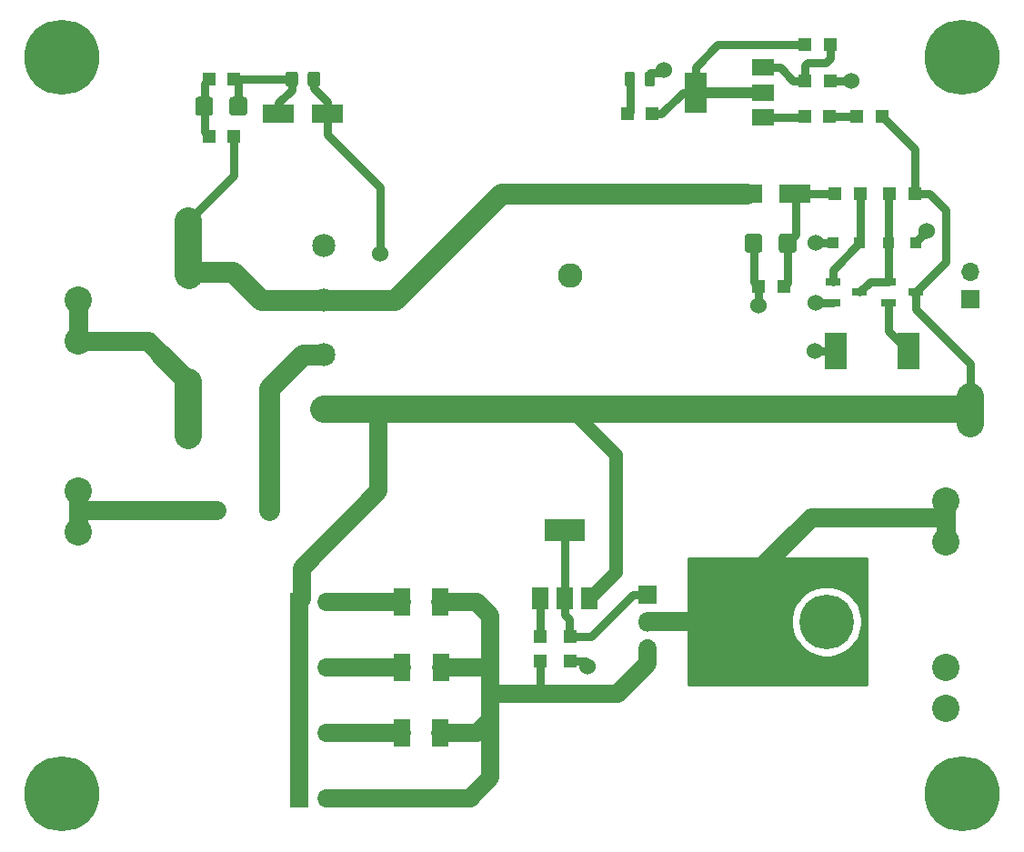
<source format=gbr>
G04 #@! TF.GenerationSoftware,KiCad,Pcbnew,(5.1.5)-3*
G04 #@! TF.CreationDate,2020-06-25T14:16:08-04:00*
G04 #@! TF.ProjectId,DC-Supply-170V-v1,44432d53-7570-4706-9c79-2d313730562d,rev?*
G04 #@! TF.SameCoordinates,Original*
G04 #@! TF.FileFunction,Copper,L1,Top*
G04 #@! TF.FilePolarity,Positive*
%FSLAX46Y46*%
G04 Gerber Fmt 4.6, Leading zero omitted, Abs format (unit mm)*
G04 Created by KiCad (PCBNEW (5.1.5)-3) date 2020-06-25 14:16:08*
%MOMM*%
%LPD*%
G04 APERTURE LIST*
%ADD10O,1.800000X1.800000*%
%ADD11R,1.800000X1.800000*%
%ADD12O,5.080000X5.080000*%
%ADD13O,1.700000X1.700000*%
%ADD14R,1.700000X1.700000*%
%ADD15R,1.600000X2.500000*%
%ADD16R,1.300000X1.300000*%
%ADD17C,0.100000*%
%ADD18R,1.000000X1.000000*%
%ADD19C,2.413000*%
%ADD20C,6.985000*%
%ADD21R,1.400000X0.800000*%
%ADD22R,2.000000X3.500000*%
%ADD23R,3.800000X2.000000*%
%ADD24R,1.500000X2.000000*%
%ADD25C,1.524000*%
%ADD26C,2.540000*%
%ADD27R,3.000000X1.800000*%
%ADD28C,2.286000*%
%ADD29R,2.286000X2.286000*%
%ADD30C,2.159000*%
%ADD31R,2.000000X3.800000*%
%ADD32R,2.000000X1.500000*%
%ADD33C,0.762000*%
%ADD34C,2.540000*%
%ADD35C,1.905000*%
%ADD36C,1.778000*%
%ADD37C,1.651000*%
%ADD38C,1.270000*%
%ADD39C,1.016000*%
%ADD40C,0.254000*%
G04 APERTURE END LIST*
D10*
X133273800Y-100761800D03*
X133273800Y-98221800D03*
D11*
X133273800Y-95681800D03*
D12*
X149933800Y-98221800D03*
D13*
X163322000Y-79832200D03*
D14*
X163322000Y-77292200D03*
D15*
X113995000Y-96393000D03*
X110395000Y-96393000D03*
X114014000Y-102489000D03*
X110414000Y-102489000D03*
X113995000Y-108585000D03*
X110395000Y-108585000D03*
D13*
X163322000Y-65659000D03*
D14*
X163322000Y-68199000D03*
X100838000Y-96393000D03*
D13*
X103378000Y-96393000D03*
X103378000Y-102489000D03*
D14*
X100838000Y-102489000D03*
X100838000Y-108585000D03*
D13*
X103378000Y-108585000D03*
D16*
X123240800Y-99586400D03*
X123240800Y-101886400D03*
X126060200Y-99586400D03*
X126060200Y-101886400D03*
G04 #@! TA.AperFunction,SMDPad,CuDef*
D17*
G36*
X143684999Y-62118369D02*
G01*
X143712604Y-62122464D01*
X143739675Y-62129245D01*
X143765951Y-62138647D01*
X143791178Y-62150579D01*
X143815115Y-62164926D01*
X143837531Y-62181550D01*
X143858208Y-62200292D01*
X143876950Y-62220969D01*
X143893574Y-62243385D01*
X143907921Y-62267322D01*
X143919853Y-62292549D01*
X143929255Y-62318825D01*
X143936036Y-62345896D01*
X143940131Y-62373501D01*
X143941500Y-62401375D01*
X143941500Y-63582625D01*
X143940131Y-63610499D01*
X143936036Y-63638104D01*
X143929255Y-63665175D01*
X143919853Y-63691451D01*
X143907921Y-63716678D01*
X143893574Y-63740615D01*
X143876950Y-63763031D01*
X143858208Y-63783708D01*
X143837531Y-63802450D01*
X143815115Y-63819074D01*
X143791178Y-63833421D01*
X143765951Y-63845353D01*
X143739675Y-63854755D01*
X143712604Y-63861536D01*
X143684999Y-63865631D01*
X143657125Y-63867000D01*
X142600875Y-63867000D01*
X142573001Y-63865631D01*
X142545396Y-63861536D01*
X142518325Y-63854755D01*
X142492049Y-63845353D01*
X142466822Y-63833421D01*
X142442885Y-63819074D01*
X142420469Y-63802450D01*
X142399792Y-63783708D01*
X142381050Y-63763031D01*
X142364426Y-63740615D01*
X142350079Y-63716678D01*
X142338147Y-63691451D01*
X142328745Y-63665175D01*
X142321964Y-63638104D01*
X142317869Y-63610499D01*
X142316500Y-63582625D01*
X142316500Y-62401375D01*
X142317869Y-62373501D01*
X142321964Y-62345896D01*
X142328745Y-62318825D01*
X142338147Y-62292549D01*
X142350079Y-62267322D01*
X142364426Y-62243385D01*
X142381050Y-62220969D01*
X142399792Y-62200292D01*
X142420469Y-62181550D01*
X142442885Y-62164926D01*
X142466822Y-62150579D01*
X142492049Y-62138647D01*
X142518325Y-62129245D01*
X142545396Y-62122464D01*
X142573001Y-62118369D01*
X142600875Y-62117000D01*
X143657125Y-62117000D01*
X143684999Y-62118369D01*
G37*
G04 #@! TD.AperFunction*
G04 #@! TA.AperFunction,SMDPad,CuDef*
G36*
X146859999Y-62118369D02*
G01*
X146887604Y-62122464D01*
X146914675Y-62129245D01*
X146940951Y-62138647D01*
X146966178Y-62150579D01*
X146990115Y-62164926D01*
X147012531Y-62181550D01*
X147033208Y-62200292D01*
X147051950Y-62220969D01*
X147068574Y-62243385D01*
X147082921Y-62267322D01*
X147094853Y-62292549D01*
X147104255Y-62318825D01*
X147111036Y-62345896D01*
X147115131Y-62373501D01*
X147116500Y-62401375D01*
X147116500Y-63582625D01*
X147115131Y-63610499D01*
X147111036Y-63638104D01*
X147104255Y-63665175D01*
X147094853Y-63691451D01*
X147082921Y-63716678D01*
X147068574Y-63740615D01*
X147051950Y-63763031D01*
X147033208Y-63783708D01*
X147012531Y-63802450D01*
X146990115Y-63819074D01*
X146966178Y-63833421D01*
X146940951Y-63845353D01*
X146914675Y-63854755D01*
X146887604Y-63861536D01*
X146859999Y-63865631D01*
X146832125Y-63867000D01*
X145775875Y-63867000D01*
X145748001Y-63865631D01*
X145720396Y-63861536D01*
X145693325Y-63854755D01*
X145667049Y-63845353D01*
X145641822Y-63833421D01*
X145617885Y-63819074D01*
X145595469Y-63802450D01*
X145574792Y-63783708D01*
X145556050Y-63763031D01*
X145539426Y-63740615D01*
X145525079Y-63716678D01*
X145513147Y-63691451D01*
X145503745Y-63665175D01*
X145496964Y-63638104D01*
X145492869Y-63610499D01*
X145491500Y-63582625D01*
X145491500Y-62401375D01*
X145492869Y-62373501D01*
X145496964Y-62345896D01*
X145503745Y-62318825D01*
X145513147Y-62292549D01*
X145525079Y-62267322D01*
X145539426Y-62243385D01*
X145556050Y-62220969D01*
X145574792Y-62200292D01*
X145595469Y-62181550D01*
X145617885Y-62164926D01*
X145641822Y-62150579D01*
X145667049Y-62138647D01*
X145693325Y-62129245D01*
X145720396Y-62122464D01*
X145748001Y-62118369D01*
X145775875Y-62117000D01*
X146832125Y-62117000D01*
X146859999Y-62118369D01*
G37*
G04 #@! TD.AperFunction*
D18*
X150515000Y-62992000D03*
X153015000Y-62992000D03*
X155722000Y-62992000D03*
X158222000Y-62992000D03*
D19*
X90525600Y-60909200D03*
X90525600Y-65909200D03*
X90525600Y-80909200D03*
X90525600Y-75909200D03*
D20*
X78740000Y-45720000D03*
X162560000Y-45720000D03*
X78740000Y-114300000D03*
X162560000Y-114300000D03*
D21*
X150515000Y-66614000D03*
X150515000Y-68514000D03*
X153015000Y-67564000D03*
X158222000Y-67564000D03*
X155722000Y-68514000D03*
X155722000Y-66614000D03*
D16*
X150742000Y-58420000D03*
X153042000Y-58420000D03*
X145930000Y-67056000D03*
X143630000Y-67056000D03*
X155822000Y-58420000D03*
X158122000Y-58420000D03*
D22*
X150803000Y-73025000D03*
X157553000Y-73025000D03*
D23*
X125552200Y-89737800D03*
D24*
X125552200Y-96037800D03*
X127852200Y-96037800D03*
X123252200Y-96037800D03*
D25*
X98069400Y-87858600D03*
X93091000Y-87858600D03*
D26*
X80264000Y-68326000D03*
X80264000Y-72136000D03*
X80264000Y-89916000D03*
X80264000Y-86106000D03*
X161036000Y-90805000D03*
X161036000Y-86995000D03*
X161036000Y-102489000D03*
X161036000Y-106299000D03*
D14*
X100838000Y-114681000D03*
D13*
X103378000Y-114681000D03*
G04 #@! TA.AperFunction,SMDPad,CuDef*
D17*
G36*
X92542099Y-49367569D02*
G01*
X92569704Y-49371664D01*
X92596775Y-49378445D01*
X92623051Y-49387847D01*
X92648278Y-49399779D01*
X92672215Y-49414126D01*
X92694631Y-49430750D01*
X92715308Y-49449492D01*
X92734050Y-49470169D01*
X92750674Y-49492585D01*
X92765021Y-49516522D01*
X92776953Y-49541749D01*
X92786355Y-49568025D01*
X92793136Y-49595096D01*
X92797231Y-49622701D01*
X92798600Y-49650575D01*
X92798600Y-50831825D01*
X92797231Y-50859699D01*
X92793136Y-50887304D01*
X92786355Y-50914375D01*
X92776953Y-50940651D01*
X92765021Y-50965878D01*
X92750674Y-50989815D01*
X92734050Y-51012231D01*
X92715308Y-51032908D01*
X92694631Y-51051650D01*
X92672215Y-51068274D01*
X92648278Y-51082621D01*
X92623051Y-51094553D01*
X92596775Y-51103955D01*
X92569704Y-51110736D01*
X92542099Y-51114831D01*
X92514225Y-51116200D01*
X91457975Y-51116200D01*
X91430101Y-51114831D01*
X91402496Y-51110736D01*
X91375425Y-51103955D01*
X91349149Y-51094553D01*
X91323922Y-51082621D01*
X91299985Y-51068274D01*
X91277569Y-51051650D01*
X91256892Y-51032908D01*
X91238150Y-51012231D01*
X91221526Y-50989815D01*
X91207179Y-50965878D01*
X91195247Y-50940651D01*
X91185845Y-50914375D01*
X91179064Y-50887304D01*
X91174969Y-50859699D01*
X91173600Y-50831825D01*
X91173600Y-49650575D01*
X91174969Y-49622701D01*
X91179064Y-49595096D01*
X91185845Y-49568025D01*
X91195247Y-49541749D01*
X91207179Y-49516522D01*
X91221526Y-49492585D01*
X91238150Y-49470169D01*
X91256892Y-49449492D01*
X91277569Y-49430750D01*
X91299985Y-49414126D01*
X91323922Y-49399779D01*
X91349149Y-49387847D01*
X91375425Y-49378445D01*
X91402496Y-49371664D01*
X91430101Y-49367569D01*
X91457975Y-49366200D01*
X92514225Y-49366200D01*
X92542099Y-49367569D01*
G37*
G04 #@! TD.AperFunction*
G04 #@! TA.AperFunction,SMDPad,CuDef*
G36*
X95717099Y-49367569D02*
G01*
X95744704Y-49371664D01*
X95771775Y-49378445D01*
X95798051Y-49387847D01*
X95823278Y-49399779D01*
X95847215Y-49414126D01*
X95869631Y-49430750D01*
X95890308Y-49449492D01*
X95909050Y-49470169D01*
X95925674Y-49492585D01*
X95940021Y-49516522D01*
X95951953Y-49541749D01*
X95961355Y-49568025D01*
X95968136Y-49595096D01*
X95972231Y-49622701D01*
X95973600Y-49650575D01*
X95973600Y-50831825D01*
X95972231Y-50859699D01*
X95968136Y-50887304D01*
X95961355Y-50914375D01*
X95951953Y-50940651D01*
X95940021Y-50965878D01*
X95925674Y-50989815D01*
X95909050Y-51012231D01*
X95890308Y-51032908D01*
X95869631Y-51051650D01*
X95847215Y-51068274D01*
X95823278Y-51082621D01*
X95798051Y-51094553D01*
X95771775Y-51103955D01*
X95744704Y-51110736D01*
X95717099Y-51114831D01*
X95689225Y-51116200D01*
X94632975Y-51116200D01*
X94605101Y-51114831D01*
X94577496Y-51110736D01*
X94550425Y-51103955D01*
X94524149Y-51094553D01*
X94498922Y-51082621D01*
X94474985Y-51068274D01*
X94452569Y-51051650D01*
X94431892Y-51032908D01*
X94413150Y-51012231D01*
X94396526Y-50989815D01*
X94382179Y-50965878D01*
X94370247Y-50940651D01*
X94360845Y-50914375D01*
X94354064Y-50887304D01*
X94349969Y-50859699D01*
X94348600Y-50831825D01*
X94348600Y-49650575D01*
X94349969Y-49622701D01*
X94354064Y-49595096D01*
X94360845Y-49568025D01*
X94370247Y-49541749D01*
X94382179Y-49516522D01*
X94396526Y-49492585D01*
X94413150Y-49470169D01*
X94431892Y-49449492D01*
X94452569Y-49430750D01*
X94474985Y-49414126D01*
X94498922Y-49399779D01*
X94524149Y-49387847D01*
X94550425Y-49378445D01*
X94577496Y-49371664D01*
X94605101Y-49367569D01*
X94632975Y-49366200D01*
X95689225Y-49366200D01*
X95717099Y-49367569D01*
G37*
G04 #@! TD.AperFunction*
G04 #@! TA.AperFunction,SMDPad,CuDef*
G36*
X133755042Y-47002374D02*
G01*
X133778703Y-47005884D01*
X133801907Y-47011696D01*
X133824429Y-47019754D01*
X133846053Y-47029982D01*
X133866570Y-47042279D01*
X133885783Y-47056529D01*
X133903507Y-47072593D01*
X133919571Y-47090317D01*
X133933821Y-47109530D01*
X133946118Y-47130047D01*
X133956346Y-47151671D01*
X133964404Y-47174193D01*
X133970216Y-47197397D01*
X133973726Y-47221058D01*
X133974900Y-47244950D01*
X133974900Y-48157450D01*
X133973726Y-48181342D01*
X133970216Y-48205003D01*
X133964404Y-48228207D01*
X133956346Y-48250729D01*
X133946118Y-48272353D01*
X133933821Y-48292870D01*
X133919571Y-48312083D01*
X133903507Y-48329807D01*
X133885783Y-48345871D01*
X133866570Y-48360121D01*
X133846053Y-48372418D01*
X133824429Y-48382646D01*
X133801907Y-48390704D01*
X133778703Y-48396516D01*
X133755042Y-48400026D01*
X133731150Y-48401200D01*
X133243650Y-48401200D01*
X133219758Y-48400026D01*
X133196097Y-48396516D01*
X133172893Y-48390704D01*
X133150371Y-48382646D01*
X133128747Y-48372418D01*
X133108230Y-48360121D01*
X133089017Y-48345871D01*
X133071293Y-48329807D01*
X133055229Y-48312083D01*
X133040979Y-48292870D01*
X133028682Y-48272353D01*
X133018454Y-48250729D01*
X133010396Y-48228207D01*
X133004584Y-48205003D01*
X133001074Y-48181342D01*
X132999900Y-48157450D01*
X132999900Y-47244950D01*
X133001074Y-47221058D01*
X133004584Y-47197397D01*
X133010396Y-47174193D01*
X133018454Y-47151671D01*
X133028682Y-47130047D01*
X133040979Y-47109530D01*
X133055229Y-47090317D01*
X133071293Y-47072593D01*
X133089017Y-47056529D01*
X133108230Y-47042279D01*
X133128747Y-47029982D01*
X133150371Y-47019754D01*
X133172893Y-47011696D01*
X133196097Y-47005884D01*
X133219758Y-47002374D01*
X133243650Y-47001200D01*
X133731150Y-47001200D01*
X133755042Y-47002374D01*
G37*
G04 #@! TD.AperFunction*
G04 #@! TA.AperFunction,SMDPad,CuDef*
G36*
X131880042Y-47002374D02*
G01*
X131903703Y-47005884D01*
X131926907Y-47011696D01*
X131949429Y-47019754D01*
X131971053Y-47029982D01*
X131991570Y-47042279D01*
X132010783Y-47056529D01*
X132028507Y-47072593D01*
X132044571Y-47090317D01*
X132058821Y-47109530D01*
X132071118Y-47130047D01*
X132081346Y-47151671D01*
X132089404Y-47174193D01*
X132095216Y-47197397D01*
X132098726Y-47221058D01*
X132099900Y-47244950D01*
X132099900Y-48157450D01*
X132098726Y-48181342D01*
X132095216Y-48205003D01*
X132089404Y-48228207D01*
X132081346Y-48250729D01*
X132071118Y-48272353D01*
X132058821Y-48292870D01*
X132044571Y-48312083D01*
X132028507Y-48329807D01*
X132010783Y-48345871D01*
X131991570Y-48360121D01*
X131971053Y-48372418D01*
X131949429Y-48382646D01*
X131926907Y-48390704D01*
X131903703Y-48396516D01*
X131880042Y-48400026D01*
X131856150Y-48401200D01*
X131368650Y-48401200D01*
X131344758Y-48400026D01*
X131321097Y-48396516D01*
X131297893Y-48390704D01*
X131275371Y-48382646D01*
X131253747Y-48372418D01*
X131233230Y-48360121D01*
X131214017Y-48345871D01*
X131196293Y-48329807D01*
X131180229Y-48312083D01*
X131165979Y-48292870D01*
X131153682Y-48272353D01*
X131143454Y-48250729D01*
X131135396Y-48228207D01*
X131129584Y-48205003D01*
X131126074Y-48181342D01*
X131124900Y-48157450D01*
X131124900Y-47244950D01*
X131126074Y-47221058D01*
X131129584Y-47197397D01*
X131135396Y-47174193D01*
X131143454Y-47151671D01*
X131153682Y-47130047D01*
X131165979Y-47109530D01*
X131180229Y-47090317D01*
X131196293Y-47072593D01*
X131214017Y-47056529D01*
X131233230Y-47042279D01*
X131253747Y-47029982D01*
X131275371Y-47019754D01*
X131297893Y-47011696D01*
X131321097Y-47005884D01*
X131344758Y-47002374D01*
X131368650Y-47001200D01*
X131856150Y-47001200D01*
X131880042Y-47002374D01*
G37*
G04 #@! TD.AperFunction*
G04 #@! TA.AperFunction,SMDPad,CuDef*
G36*
X100492705Y-47002404D02*
G01*
X100516973Y-47006004D01*
X100540772Y-47011965D01*
X100563871Y-47020230D01*
X100586050Y-47030720D01*
X100607093Y-47043332D01*
X100626799Y-47057947D01*
X100644977Y-47074423D01*
X100661453Y-47092601D01*
X100676068Y-47112307D01*
X100688680Y-47133350D01*
X100699170Y-47155529D01*
X100707435Y-47178628D01*
X100713396Y-47202427D01*
X100716996Y-47226695D01*
X100718200Y-47251199D01*
X100718200Y-48151201D01*
X100716996Y-48175705D01*
X100713396Y-48199973D01*
X100707435Y-48223772D01*
X100699170Y-48246871D01*
X100688680Y-48269050D01*
X100676068Y-48290093D01*
X100661453Y-48309799D01*
X100644977Y-48327977D01*
X100626799Y-48344453D01*
X100607093Y-48359068D01*
X100586050Y-48371680D01*
X100563871Y-48382170D01*
X100540772Y-48390435D01*
X100516973Y-48396396D01*
X100492705Y-48399996D01*
X100468201Y-48401200D01*
X99818199Y-48401200D01*
X99793695Y-48399996D01*
X99769427Y-48396396D01*
X99745628Y-48390435D01*
X99722529Y-48382170D01*
X99700350Y-48371680D01*
X99679307Y-48359068D01*
X99659601Y-48344453D01*
X99641423Y-48327977D01*
X99624947Y-48309799D01*
X99610332Y-48290093D01*
X99597720Y-48269050D01*
X99587230Y-48246871D01*
X99578965Y-48223772D01*
X99573004Y-48199973D01*
X99569404Y-48175705D01*
X99568200Y-48151201D01*
X99568200Y-47251199D01*
X99569404Y-47226695D01*
X99573004Y-47202427D01*
X99578965Y-47178628D01*
X99587230Y-47155529D01*
X99597720Y-47133350D01*
X99610332Y-47112307D01*
X99624947Y-47092601D01*
X99641423Y-47074423D01*
X99659601Y-47057947D01*
X99679307Y-47043332D01*
X99700350Y-47030720D01*
X99722529Y-47020230D01*
X99745628Y-47011965D01*
X99769427Y-47006004D01*
X99793695Y-47002404D01*
X99818199Y-47001200D01*
X100468201Y-47001200D01*
X100492705Y-47002404D01*
G37*
G04 #@! TD.AperFunction*
G04 #@! TA.AperFunction,SMDPad,CuDef*
G36*
X102542705Y-47002404D02*
G01*
X102566973Y-47006004D01*
X102590772Y-47011965D01*
X102613871Y-47020230D01*
X102636050Y-47030720D01*
X102657093Y-47043332D01*
X102676799Y-47057947D01*
X102694977Y-47074423D01*
X102711453Y-47092601D01*
X102726068Y-47112307D01*
X102738680Y-47133350D01*
X102749170Y-47155529D01*
X102757435Y-47178628D01*
X102763396Y-47202427D01*
X102766996Y-47226695D01*
X102768200Y-47251199D01*
X102768200Y-48151201D01*
X102766996Y-48175705D01*
X102763396Y-48199973D01*
X102757435Y-48223772D01*
X102749170Y-48246871D01*
X102738680Y-48269050D01*
X102726068Y-48290093D01*
X102711453Y-48309799D01*
X102694977Y-48327977D01*
X102676799Y-48344453D01*
X102657093Y-48359068D01*
X102636050Y-48371680D01*
X102613871Y-48382170D01*
X102590772Y-48390435D01*
X102566973Y-48396396D01*
X102542705Y-48399996D01*
X102518201Y-48401200D01*
X101868199Y-48401200D01*
X101843695Y-48399996D01*
X101819427Y-48396396D01*
X101795628Y-48390435D01*
X101772529Y-48382170D01*
X101750350Y-48371680D01*
X101729307Y-48359068D01*
X101709601Y-48344453D01*
X101691423Y-48327977D01*
X101674947Y-48309799D01*
X101660332Y-48290093D01*
X101647720Y-48269050D01*
X101637230Y-48246871D01*
X101628965Y-48223772D01*
X101623004Y-48199973D01*
X101619404Y-48175705D01*
X101618200Y-48151201D01*
X101618200Y-47251199D01*
X101619404Y-47226695D01*
X101623004Y-47202427D01*
X101628965Y-47178628D01*
X101637230Y-47155529D01*
X101647720Y-47133350D01*
X101660332Y-47112307D01*
X101674947Y-47092601D01*
X101691423Y-47074423D01*
X101709601Y-47057947D01*
X101729307Y-47043332D01*
X101750350Y-47030720D01*
X101772529Y-47020230D01*
X101795628Y-47011965D01*
X101819427Y-47006004D01*
X101843695Y-47002404D01*
X101868199Y-47001200D01*
X102518201Y-47001200D01*
X102542705Y-47002404D01*
G37*
G04 #@! TD.AperFunction*
D27*
X98918200Y-50952400D03*
X103418200Y-50952400D03*
X146966500Y-58420000D03*
X142466500Y-58420000D03*
D16*
X155074000Y-51181000D03*
X152774000Y-51181000D03*
X147922600Y-51181000D03*
X150222600Y-51181000D03*
X133712600Y-50952400D03*
X131412600Y-50952400D03*
X150235300Y-44538900D03*
X147935300Y-44538900D03*
X147935300Y-47853600D03*
X150235300Y-47853600D03*
X92423600Y-47701200D03*
X94723600Y-47701200D03*
X92423600Y-53035200D03*
X94723600Y-53035200D03*
D28*
X126085600Y-65986000D03*
D29*
X126085600Y-78486000D03*
D30*
X103098600Y-78486000D03*
X103098600Y-73406000D03*
X103098600Y-68326000D03*
X103098600Y-63246000D03*
D31*
X137718400Y-48945800D03*
D32*
X144018400Y-48945800D03*
X144018400Y-46645800D03*
X144018400Y-51245800D03*
D25*
X152260286Y-47853600D03*
X148844002Y-73025000D03*
X148920200Y-68503800D03*
X143611600Y-68808600D03*
X148945600Y-62941200D03*
X127711200Y-102412800D03*
X134761357Y-46877357D03*
X159257998Y-61849000D03*
X108331000Y-64008000D03*
D33*
X143129000Y-66555000D02*
X143630000Y-67056000D01*
X143129000Y-62992000D02*
X143129000Y-66555000D01*
X150235300Y-47853600D02*
X152260286Y-47853600D01*
X150803000Y-73025000D02*
X148844002Y-73025000D01*
X150515000Y-68514000D02*
X148930400Y-68514000D01*
X148930400Y-68514000D02*
X148920200Y-68503800D01*
X143630000Y-68790200D02*
X143611600Y-68808600D01*
X143630000Y-67056000D02*
X143630000Y-68790200D01*
X150515000Y-62992000D02*
X148996400Y-62992000D01*
X148996400Y-62992000D02*
X148945600Y-62941200D01*
X127472200Y-101886400D02*
X127711200Y-102125400D01*
X127711200Y-102125400D02*
X127711200Y-102412800D01*
X126060200Y-101886400D02*
X127472200Y-101886400D01*
X133487400Y-47155100D02*
X134483614Y-47155100D01*
X134483614Y-47155100D02*
X134761357Y-46877357D01*
X158222000Y-62992000D02*
X158222000Y-62884998D01*
X158222000Y-62884998D02*
X158495999Y-62610999D01*
X158495999Y-62610999D02*
X159257998Y-61849000D01*
D34*
X90525600Y-80899000D02*
X90525600Y-75899000D01*
D35*
X90525600Y-75899000D02*
X87905600Y-73279000D01*
D36*
X80264000Y-68326000D02*
X80264000Y-72136000D01*
X86762600Y-72136000D02*
X80264000Y-72136000D01*
X87905600Y-73279000D02*
X86762600Y-72136000D01*
D33*
X125933200Y-104952800D02*
X125780800Y-104800400D01*
D37*
X114014000Y-102489000D02*
X118237000Y-102489000D01*
X117332000Y-96393000D02*
X113995000Y-96393000D01*
X118618000Y-97679000D02*
X117332000Y-96393000D01*
X118618000Y-107315000D02*
X118618000Y-97679000D01*
X113995000Y-108585000D02*
X117348000Y-108585000D01*
X133248400Y-102133400D02*
X133248400Y-100736400D01*
D33*
X123240800Y-104851200D02*
X123190000Y-104902000D01*
X123240800Y-101886400D02*
X123240800Y-104851200D01*
D37*
X125933200Y-104952800D02*
X130429000Y-104952800D01*
X130429000Y-104952800D02*
X133248400Y-102133400D01*
X118821200Y-104952800D02*
X125933200Y-104952800D01*
X117348000Y-108585000D02*
X118618000Y-107442000D01*
X118618000Y-107442000D02*
X118618000Y-107315000D01*
X118618000Y-112776000D02*
X118618000Y-107442000D01*
X103378000Y-114681000D02*
X116713000Y-114681000D01*
X116713000Y-114681000D02*
X118618000Y-112776000D01*
D34*
X90525600Y-65899000D02*
X90525600Y-60899000D01*
X90627200Y-66040000D02*
X90627200Y-66010800D01*
X90627200Y-66010800D02*
X90525600Y-65909200D01*
X90525600Y-65909200D02*
X90775800Y-65659000D01*
D33*
X94723600Y-56711200D02*
X90525600Y-60909200D01*
X94723600Y-53035200D02*
X94723600Y-56711200D01*
D35*
X119634000Y-58420000D02*
X142466500Y-58420000D01*
X109728000Y-68326000D02*
X119634000Y-58420000D01*
X97282000Y-68326000D02*
X109728000Y-68326000D01*
X90775800Y-65659000D02*
X94615000Y-65659000D01*
X94615000Y-65659000D02*
X97282000Y-68326000D01*
D36*
X80264000Y-89916000D02*
X80264000Y-87884000D01*
D33*
X80289400Y-87858600D02*
X80264000Y-87884000D01*
D36*
X80264000Y-87884000D02*
X80264000Y-86106000D01*
D33*
X92989400Y-87858600D02*
X93472000Y-87858600D01*
D36*
X93091000Y-87858600D02*
X80289400Y-87858600D01*
D33*
X125552200Y-95936799D02*
X125451199Y-96037800D01*
X125552200Y-89737800D02*
X125552200Y-95936799D01*
X125984000Y-99510200D02*
X126060200Y-99586400D01*
X125552200Y-96037800D02*
X125552200Y-97612200D01*
X125984000Y-98044000D02*
X125984000Y-99510200D01*
X125552200Y-97612200D02*
X125984000Y-98044000D01*
X131902200Y-95681800D02*
X133273800Y-95681800D01*
X126060200Y-99586400D02*
X127997600Y-99586400D01*
X127997600Y-99586400D02*
X131902200Y-95681800D01*
D37*
X103378000Y-96393000D02*
X110395000Y-96393000D01*
X110414000Y-102489000D02*
X103378000Y-102489000D01*
X110395000Y-108585000D02*
X103378000Y-108585000D01*
D33*
X138785600Y-98196400D02*
X138811000Y-98221800D01*
D36*
X161036000Y-86995000D02*
X161036000Y-90805000D01*
X160909000Y-88519000D02*
X161036000Y-88646000D01*
X138785600Y-98196400D02*
X148463000Y-88519000D01*
X148463000Y-88519000D02*
X160909000Y-88519000D01*
X133248400Y-98196400D02*
X144399000Y-98196400D01*
D33*
X123252200Y-99575000D02*
X123240800Y-99586400D01*
X123252200Y-96037800D02*
X123252200Y-99575000D01*
X146304000Y-66682000D02*
X145930000Y-67056000D01*
X146304000Y-62992000D02*
X146304000Y-66682000D01*
X147066000Y-62230000D02*
X146304000Y-62992000D01*
X147066000Y-58420000D02*
X147066000Y-62230000D01*
X146966500Y-58420000D02*
X147066000Y-58420000D01*
X146966500Y-58420000D02*
X150742000Y-58420000D01*
X153042000Y-62965000D02*
X153015000Y-62992000D01*
X153042000Y-58420000D02*
X153042000Y-62965000D01*
X150515000Y-65492000D02*
X153015000Y-62992000D01*
X150515000Y-66614000D02*
X150515000Y-65492000D01*
X153965000Y-66614000D02*
X155722000Y-66614000D01*
X153015000Y-67564000D02*
X153965000Y-66614000D01*
X155722000Y-58520000D02*
X155822000Y-58420000D01*
X155722000Y-62992000D02*
X155722000Y-58520000D01*
X155722000Y-62992000D02*
X155722000Y-66614000D01*
D37*
X100838000Y-102489000D02*
X100838000Y-108585000D01*
X100838000Y-102489000D02*
X100838000Y-96393000D01*
X101067499Y-93242501D02*
X108204000Y-86106000D01*
X108204000Y-86106000D02*
X108204000Y-78486000D01*
X100838000Y-96393000D02*
X101067499Y-96163501D01*
X101067499Y-96163501D02*
X101067499Y-93242501D01*
D34*
X103124000Y-78486000D02*
X123440800Y-78486000D01*
X163249000Y-78489200D02*
X123444000Y-78489200D01*
X163322000Y-77292200D02*
X163322000Y-79832200D01*
D37*
X100838000Y-114681000D02*
X100838000Y-108585000D01*
D38*
X130302000Y-82702400D02*
X126085600Y-78486000D01*
X127852200Y-96037800D02*
X130302000Y-93588000D01*
X130302000Y-93588000D02*
X130302000Y-82702400D01*
D33*
X158222000Y-67564000D02*
X157886402Y-67564000D01*
X158222000Y-69115198D02*
X158222000Y-67564000D01*
X163322000Y-77292200D02*
X163322000Y-74215198D01*
X163322000Y-74215198D02*
X158222000Y-69115198D01*
X158122000Y-54229000D02*
X158122000Y-57912000D01*
X155074000Y-51181000D02*
X158122000Y-54229000D01*
X161036000Y-64750000D02*
X158222000Y-67564000D01*
X158122000Y-58420000D02*
X159534000Y-58420000D01*
X161036000Y-59922000D02*
X161036000Y-64750000D01*
X159534000Y-58420000D02*
X161036000Y-59922000D01*
X155722000Y-71194000D02*
X157553000Y-73025000D01*
X155722000Y-68514000D02*
X155722000Y-71194000D01*
X91986100Y-48138700D02*
X92423600Y-47701200D01*
X91986100Y-50241200D02*
X91986100Y-48138700D01*
X91986100Y-52597700D02*
X92423600Y-53035200D01*
X91986100Y-50241200D02*
X91986100Y-52597700D01*
X95161100Y-48138700D02*
X94723600Y-47701200D01*
X95161100Y-50241200D02*
X95161100Y-48138700D01*
X94723600Y-47701200D02*
X100143200Y-47701200D01*
X98918200Y-49925800D02*
X98918200Y-50952400D01*
X100143200Y-47701200D02*
X100143200Y-48700800D01*
X100143200Y-48700800D02*
X98918200Y-49925800D01*
X131612400Y-50752600D02*
X131612400Y-47701200D01*
X131412600Y-50952400D02*
X131612400Y-50752600D01*
X150222600Y-51181000D02*
X152774000Y-51181000D01*
X147922600Y-51181000D02*
X147897200Y-51206400D01*
X144032400Y-51231800D02*
X144018400Y-51245800D01*
X147922600Y-51155600D02*
X147846400Y-51231800D01*
X147846400Y-51231800D02*
X144032400Y-51231800D01*
D39*
X144018400Y-48945800D02*
X137718400Y-48945800D01*
D33*
X137718400Y-46609400D02*
X137718400Y-48945800D01*
X147935300Y-44538900D02*
X139788900Y-44538900D01*
X139788900Y-44538900D02*
X137718400Y-46609400D01*
X134569200Y-50952400D02*
X133712600Y-50952400D01*
X137718400Y-48945800D02*
X136575800Y-48945800D01*
X136575800Y-48945800D02*
X134569200Y-50952400D01*
X144018400Y-46645800D02*
X145591500Y-46645800D01*
X146799300Y-47853600D02*
X147935300Y-47853600D01*
X145591500Y-46645800D02*
X146799300Y-47853600D01*
X150235300Y-45776500D02*
X150235300Y-44538900D01*
X149824201Y-46187599D02*
X150235300Y-45776500D01*
X147935300Y-46441600D02*
X148171999Y-46204901D01*
X147935300Y-47853600D02*
X147935300Y-46441600D01*
X148755197Y-46204901D02*
X148772499Y-46187599D01*
X148171999Y-46204901D02*
X148755197Y-46204901D01*
X148772499Y-46187599D02*
X149824201Y-46187599D01*
D35*
X101142800Y-73406000D02*
X103124000Y-73406000D01*
X98069400Y-87858600D02*
X98069400Y-76479400D01*
X98069400Y-76479400D02*
X101142800Y-73406000D01*
D33*
X108331000Y-57790200D02*
X108331000Y-64008000D01*
X103418200Y-52877400D02*
X108331000Y-57790200D01*
X103418200Y-50952400D02*
X103418200Y-52877400D01*
X103418200Y-49816800D02*
X103418200Y-50952400D01*
X102193200Y-47701200D02*
X102193200Y-48591800D01*
X102193200Y-48591800D02*
X103418200Y-49816800D01*
D40*
G36*
X153670000Y-104140000D02*
G01*
X137033000Y-104140000D01*
X137033000Y-97896581D01*
X146631800Y-97896581D01*
X146631800Y-98547019D01*
X146758694Y-99184958D01*
X147007606Y-99785884D01*
X147368969Y-100326702D01*
X147828898Y-100786631D01*
X148369716Y-101147994D01*
X148970642Y-101396906D01*
X149608581Y-101523800D01*
X150259019Y-101523800D01*
X150896958Y-101396906D01*
X151497884Y-101147994D01*
X152038702Y-100786631D01*
X152498631Y-100326702D01*
X152859994Y-99785884D01*
X153108906Y-99184958D01*
X153235800Y-98547019D01*
X153235800Y-97896581D01*
X153108906Y-97258642D01*
X152859994Y-96657716D01*
X152498631Y-96116898D01*
X152038702Y-95656969D01*
X151497884Y-95295606D01*
X150896958Y-95046694D01*
X150259019Y-94919800D01*
X149608581Y-94919800D01*
X148970642Y-95046694D01*
X148369716Y-95295606D01*
X147828898Y-95656969D01*
X147368969Y-96116898D01*
X147007606Y-96657716D01*
X146758694Y-97258642D01*
X146631800Y-97896581D01*
X137033000Y-97896581D01*
X137033000Y-92329000D01*
X153670000Y-92329000D01*
X153670000Y-104140000D01*
G37*
X153670000Y-104140000D02*
X137033000Y-104140000D01*
X137033000Y-97896581D01*
X146631800Y-97896581D01*
X146631800Y-98547019D01*
X146758694Y-99184958D01*
X147007606Y-99785884D01*
X147368969Y-100326702D01*
X147828898Y-100786631D01*
X148369716Y-101147994D01*
X148970642Y-101396906D01*
X149608581Y-101523800D01*
X150259019Y-101523800D01*
X150896958Y-101396906D01*
X151497884Y-101147994D01*
X152038702Y-100786631D01*
X152498631Y-100326702D01*
X152859994Y-99785884D01*
X153108906Y-99184958D01*
X153235800Y-98547019D01*
X153235800Y-97896581D01*
X153108906Y-97258642D01*
X152859994Y-96657716D01*
X152498631Y-96116898D01*
X152038702Y-95656969D01*
X151497884Y-95295606D01*
X150896958Y-95046694D01*
X150259019Y-94919800D01*
X149608581Y-94919800D01*
X148970642Y-95046694D01*
X148369716Y-95295606D01*
X147828898Y-95656969D01*
X147368969Y-96116898D01*
X147007606Y-96657716D01*
X146758694Y-97258642D01*
X146631800Y-97896581D01*
X137033000Y-97896581D01*
X137033000Y-92329000D01*
X153670000Y-92329000D01*
X153670000Y-104140000D01*
M02*

</source>
